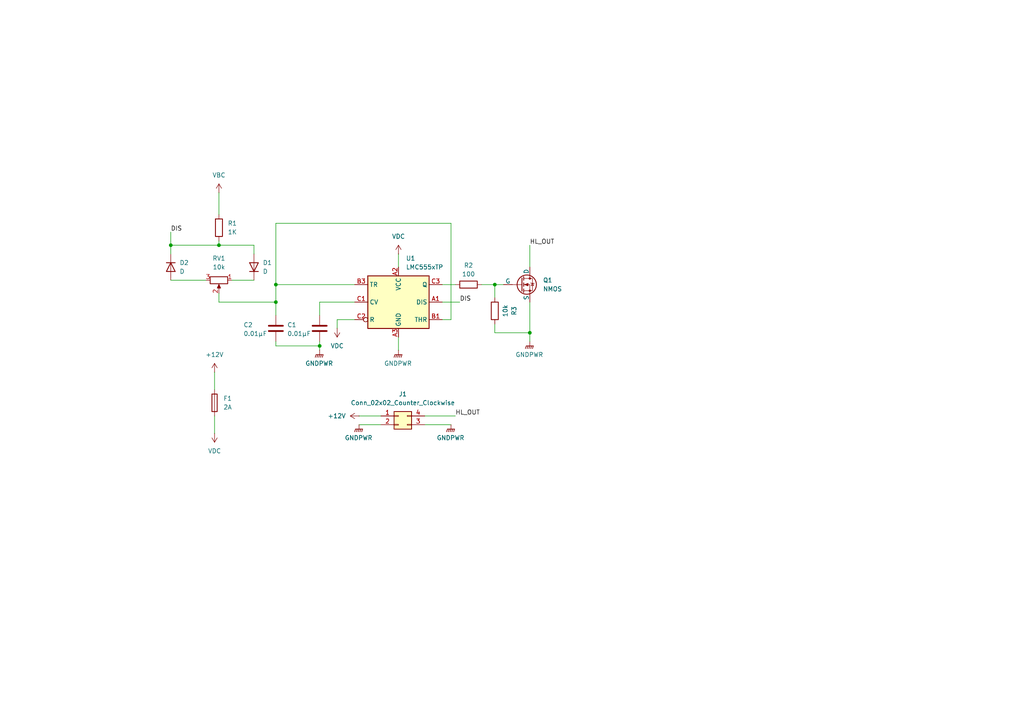
<source format=kicad_sch>
(kicad_sch
	(version 20250114)
	(generator "eeschema")
	(generator_version "9.0")
	(uuid "2cff6f91-6424-4ed8-a8be-ffa4d2125fb9")
	(paper "A4")
	(lib_symbols
		(symbol "Connector_Generic:Conn_02x02_Counter_Clockwise"
			(pin_names
				(offset 1.016)
				(hide yes)
			)
			(exclude_from_sim no)
			(in_bom yes)
			(on_board yes)
			(property "Reference" "J"
				(at 1.27 2.54 0)
				(effects
					(font
						(size 1.27 1.27)
					)
				)
			)
			(property "Value" "Conn_02x02_Counter_Clockwise"
				(at 1.27 -5.08 0)
				(effects
					(font
						(size 1.27 1.27)
					)
				)
			)
			(property "Footprint" ""
				(at 0 0 0)
				(effects
					(font
						(size 1.27 1.27)
					)
					(hide yes)
				)
			)
			(property "Datasheet" "~"
				(at 0 0 0)
				(effects
					(font
						(size 1.27 1.27)
					)
					(hide yes)
				)
			)
			(property "Description" "Generic connector, double row, 02x02, counter clockwise pin numbering scheme (similar to DIP package numbering), script generated (kicad-library-utils/schlib/autogen/connector/)"
				(at 0 0 0)
				(effects
					(font
						(size 1.27 1.27)
					)
					(hide yes)
				)
			)
			(property "ki_keywords" "connector"
				(at 0 0 0)
				(effects
					(font
						(size 1.27 1.27)
					)
					(hide yes)
				)
			)
			(property "ki_fp_filters" "Connector*:*_2x??_*"
				(at 0 0 0)
				(effects
					(font
						(size 1.27 1.27)
					)
					(hide yes)
				)
			)
			(symbol "Conn_02x02_Counter_Clockwise_1_1"
				(rectangle
					(start -1.27 1.27)
					(end 3.81 -3.81)
					(stroke
						(width 0.254)
						(type default)
					)
					(fill
						(type background)
					)
				)
				(rectangle
					(start -1.27 0.127)
					(end 0 -0.127)
					(stroke
						(width 0.1524)
						(type default)
					)
					(fill
						(type none)
					)
				)
				(rectangle
					(start -1.27 -2.413)
					(end 0 -2.667)
					(stroke
						(width 0.1524)
						(type default)
					)
					(fill
						(type none)
					)
				)
				(rectangle
					(start 3.81 0.127)
					(end 2.54 -0.127)
					(stroke
						(width 0.1524)
						(type default)
					)
					(fill
						(type none)
					)
				)
				(rectangle
					(start 3.81 -2.413)
					(end 2.54 -2.667)
					(stroke
						(width 0.1524)
						(type default)
					)
					(fill
						(type none)
					)
				)
				(pin passive line
					(at -5.08 0 0)
					(length 3.81)
					(name "Pin_1"
						(effects
							(font
								(size 1.27 1.27)
							)
						)
					)
					(number "1"
						(effects
							(font
								(size 1.27 1.27)
							)
						)
					)
				)
				(pin passive line
					(at -5.08 -2.54 0)
					(length 3.81)
					(name "Pin_2"
						(effects
							(font
								(size 1.27 1.27)
							)
						)
					)
					(number "2"
						(effects
							(font
								(size 1.27 1.27)
							)
						)
					)
				)
				(pin passive line
					(at 7.62 0 180)
					(length 3.81)
					(name "Pin_4"
						(effects
							(font
								(size 1.27 1.27)
							)
						)
					)
					(number "4"
						(effects
							(font
								(size 1.27 1.27)
							)
						)
					)
				)
				(pin passive line
					(at 7.62 -2.54 180)
					(length 3.81)
					(name "Pin_3"
						(effects
							(font
								(size 1.27 1.27)
							)
						)
					)
					(number "3"
						(effects
							(font
								(size 1.27 1.27)
							)
						)
					)
				)
			)
			(embedded_fonts no)
		)
		(symbol "Device:C"
			(pin_numbers
				(hide yes)
			)
			(pin_names
				(offset 0.254)
			)
			(exclude_from_sim no)
			(in_bom yes)
			(on_board yes)
			(property "Reference" "C"
				(at 0.635 2.54 0)
				(effects
					(font
						(size 1.27 1.27)
					)
					(justify left)
				)
			)
			(property "Value" "C"
				(at 0.635 -2.54 0)
				(effects
					(font
						(size 1.27 1.27)
					)
					(justify left)
				)
			)
			(property "Footprint" ""
				(at 0.9652 -3.81 0)
				(effects
					(font
						(size 1.27 1.27)
					)
					(hide yes)
				)
			)
			(property "Datasheet" "~"
				(at 0 0 0)
				(effects
					(font
						(size 1.27 1.27)
					)
					(hide yes)
				)
			)
			(property "Description" "Unpolarized capacitor"
				(at 0 0 0)
				(effects
					(font
						(size 1.27 1.27)
					)
					(hide yes)
				)
			)
			(property "ki_keywords" "cap capacitor"
				(at 0 0 0)
				(effects
					(font
						(size 1.27 1.27)
					)
					(hide yes)
				)
			)
			(property "ki_fp_filters" "C_*"
				(at 0 0 0)
				(effects
					(font
						(size 1.27 1.27)
					)
					(hide yes)
				)
			)
			(symbol "C_0_1"
				(polyline
					(pts
						(xy -2.032 0.762) (xy 2.032 0.762)
					)
					(stroke
						(width 0.508)
						(type default)
					)
					(fill
						(type none)
					)
				)
				(polyline
					(pts
						(xy -2.032 -0.762) (xy 2.032 -0.762)
					)
					(stroke
						(width 0.508)
						(type default)
					)
					(fill
						(type none)
					)
				)
			)
			(symbol "C_1_1"
				(pin passive line
					(at 0 3.81 270)
					(length 2.794)
					(name "~"
						(effects
							(font
								(size 1.27 1.27)
							)
						)
					)
					(number "1"
						(effects
							(font
								(size 1.27 1.27)
							)
						)
					)
				)
				(pin passive line
					(at 0 -3.81 90)
					(length 2.794)
					(name "~"
						(effects
							(font
								(size 1.27 1.27)
							)
						)
					)
					(number "2"
						(effects
							(font
								(size 1.27 1.27)
							)
						)
					)
				)
			)
			(embedded_fonts no)
		)
		(symbol "Device:D"
			(pin_numbers
				(hide yes)
			)
			(pin_names
				(offset 1.016)
				(hide yes)
			)
			(exclude_from_sim no)
			(in_bom yes)
			(on_board yes)
			(property "Reference" "D"
				(at 0 2.54 0)
				(effects
					(font
						(size 1.27 1.27)
					)
				)
			)
			(property "Value" "D"
				(at 0 -2.54 0)
				(effects
					(font
						(size 1.27 1.27)
					)
				)
			)
			(property "Footprint" ""
				(at 0 0 0)
				(effects
					(font
						(size 1.27 1.27)
					)
					(hide yes)
				)
			)
			(property "Datasheet" "~"
				(at 0 0 0)
				(effects
					(font
						(size 1.27 1.27)
					)
					(hide yes)
				)
			)
			(property "Description" "Diode"
				(at 0 0 0)
				(effects
					(font
						(size 1.27 1.27)
					)
					(hide yes)
				)
			)
			(property "Sim.Device" "D"
				(at 0 0 0)
				(effects
					(font
						(size 1.27 1.27)
					)
					(hide yes)
				)
			)
			(property "Sim.Pins" "1=K 2=A"
				(at 0 0 0)
				(effects
					(font
						(size 1.27 1.27)
					)
					(hide yes)
				)
			)
			(property "ki_keywords" "diode"
				(at 0 0 0)
				(effects
					(font
						(size 1.27 1.27)
					)
					(hide yes)
				)
			)
			(property "ki_fp_filters" "TO-???* *_Diode_* *SingleDiode* D_*"
				(at 0 0 0)
				(effects
					(font
						(size 1.27 1.27)
					)
					(hide yes)
				)
			)
			(symbol "D_0_1"
				(polyline
					(pts
						(xy -1.27 1.27) (xy -1.27 -1.27)
					)
					(stroke
						(width 0.254)
						(type default)
					)
					(fill
						(type none)
					)
				)
				(polyline
					(pts
						(xy 1.27 1.27) (xy 1.27 -1.27) (xy -1.27 0) (xy 1.27 1.27)
					)
					(stroke
						(width 0.254)
						(type default)
					)
					(fill
						(type none)
					)
				)
				(polyline
					(pts
						(xy 1.27 0) (xy -1.27 0)
					)
					(stroke
						(width 0)
						(type default)
					)
					(fill
						(type none)
					)
				)
			)
			(symbol "D_1_1"
				(pin passive line
					(at -3.81 0 0)
					(length 2.54)
					(name "K"
						(effects
							(font
								(size 1.27 1.27)
							)
						)
					)
					(number "1"
						(effects
							(font
								(size 1.27 1.27)
							)
						)
					)
				)
				(pin passive line
					(at 3.81 0 180)
					(length 2.54)
					(name "A"
						(effects
							(font
								(size 1.27 1.27)
							)
						)
					)
					(number "2"
						(effects
							(font
								(size 1.27 1.27)
							)
						)
					)
				)
			)
			(embedded_fonts no)
		)
		(symbol "Device:Fuse"
			(pin_numbers
				(hide yes)
			)
			(pin_names
				(offset 0)
			)
			(exclude_from_sim no)
			(in_bom yes)
			(on_board yes)
			(property "Reference" "F"
				(at 2.032 0 90)
				(effects
					(font
						(size 1.27 1.27)
					)
				)
			)
			(property "Value" "Fuse"
				(at -1.905 0 90)
				(effects
					(font
						(size 1.27 1.27)
					)
				)
			)
			(property "Footprint" ""
				(at -1.778 0 90)
				(effects
					(font
						(size 1.27 1.27)
					)
					(hide yes)
				)
			)
			(property "Datasheet" "~"
				(at 0 0 0)
				(effects
					(font
						(size 1.27 1.27)
					)
					(hide yes)
				)
			)
			(property "Description" "Fuse"
				(at 0 0 0)
				(effects
					(font
						(size 1.27 1.27)
					)
					(hide yes)
				)
			)
			(property "ki_keywords" "fuse"
				(at 0 0 0)
				(effects
					(font
						(size 1.27 1.27)
					)
					(hide yes)
				)
			)
			(property "ki_fp_filters" "*Fuse*"
				(at 0 0 0)
				(effects
					(font
						(size 1.27 1.27)
					)
					(hide yes)
				)
			)
			(symbol "Fuse_0_1"
				(rectangle
					(start -0.762 -2.54)
					(end 0.762 2.54)
					(stroke
						(width 0.254)
						(type default)
					)
					(fill
						(type none)
					)
				)
				(polyline
					(pts
						(xy 0 2.54) (xy 0 -2.54)
					)
					(stroke
						(width 0)
						(type default)
					)
					(fill
						(type none)
					)
				)
			)
			(symbol "Fuse_1_1"
				(pin passive line
					(at 0 3.81 270)
					(length 1.27)
					(name "~"
						(effects
							(font
								(size 1.27 1.27)
							)
						)
					)
					(number "1"
						(effects
							(font
								(size 1.27 1.27)
							)
						)
					)
				)
				(pin passive line
					(at 0 -3.81 90)
					(length 1.27)
					(name "~"
						(effects
							(font
								(size 1.27 1.27)
							)
						)
					)
					(number "2"
						(effects
							(font
								(size 1.27 1.27)
							)
						)
					)
				)
			)
			(embedded_fonts no)
		)
		(symbol "Device:R"
			(pin_numbers
				(hide yes)
			)
			(pin_names
				(offset 0)
			)
			(exclude_from_sim no)
			(in_bom yes)
			(on_board yes)
			(property "Reference" "R"
				(at 2.032 0 90)
				(effects
					(font
						(size 1.27 1.27)
					)
				)
			)
			(property "Value" "R"
				(at 0 0 90)
				(effects
					(font
						(size 1.27 1.27)
					)
				)
			)
			(property "Footprint" ""
				(at -1.778 0 90)
				(effects
					(font
						(size 1.27 1.27)
					)
					(hide yes)
				)
			)
			(property "Datasheet" "~"
				(at 0 0 0)
				(effects
					(font
						(size 1.27 1.27)
					)
					(hide yes)
				)
			)
			(property "Description" "Resistor"
				(at 0 0 0)
				(effects
					(font
						(size 1.27 1.27)
					)
					(hide yes)
				)
			)
			(property "ki_keywords" "R res resistor"
				(at 0 0 0)
				(effects
					(font
						(size 1.27 1.27)
					)
					(hide yes)
				)
			)
			(property "ki_fp_filters" "R_*"
				(at 0 0 0)
				(effects
					(font
						(size 1.27 1.27)
					)
					(hide yes)
				)
			)
			(symbol "R_0_1"
				(rectangle
					(start -1.016 -2.54)
					(end 1.016 2.54)
					(stroke
						(width 0.254)
						(type default)
					)
					(fill
						(type none)
					)
				)
			)
			(symbol "R_1_1"
				(pin passive line
					(at 0 3.81 270)
					(length 1.27)
					(name "~"
						(effects
							(font
								(size 1.27 1.27)
							)
						)
					)
					(number "1"
						(effects
							(font
								(size 1.27 1.27)
							)
						)
					)
				)
				(pin passive line
					(at 0 -3.81 90)
					(length 1.27)
					(name "~"
						(effects
							(font
								(size 1.27 1.27)
							)
						)
					)
					(number "2"
						(effects
							(font
								(size 1.27 1.27)
							)
						)
					)
				)
			)
			(embedded_fonts no)
		)
		(symbol "Device:R_Potentiometer"
			(pin_names
				(offset 1.016)
				(hide yes)
			)
			(exclude_from_sim no)
			(in_bom yes)
			(on_board yes)
			(property "Reference" "RV"
				(at -4.445 0 90)
				(effects
					(font
						(size 1.27 1.27)
					)
				)
			)
			(property "Value" "R_Potentiometer"
				(at -2.54 0 90)
				(effects
					(font
						(size 1.27 1.27)
					)
				)
			)
			(property "Footprint" ""
				(at 0 0 0)
				(effects
					(font
						(size 1.27 1.27)
					)
					(hide yes)
				)
			)
			(property "Datasheet" "~"
				(at 0 0 0)
				(effects
					(font
						(size 1.27 1.27)
					)
					(hide yes)
				)
			)
			(property "Description" "Potentiometer"
				(at 0 0 0)
				(effects
					(font
						(size 1.27 1.27)
					)
					(hide yes)
				)
			)
			(property "ki_keywords" "resistor variable"
				(at 0 0 0)
				(effects
					(font
						(size 1.27 1.27)
					)
					(hide yes)
				)
			)
			(property "ki_fp_filters" "Potentiometer*"
				(at 0 0 0)
				(effects
					(font
						(size 1.27 1.27)
					)
					(hide yes)
				)
			)
			(symbol "R_Potentiometer_0_1"
				(rectangle
					(start 1.016 2.54)
					(end -1.016 -2.54)
					(stroke
						(width 0.254)
						(type default)
					)
					(fill
						(type none)
					)
				)
				(polyline
					(pts
						(xy 1.143 0) (xy 2.286 0.508) (xy 2.286 -0.508) (xy 1.143 0)
					)
					(stroke
						(width 0)
						(type default)
					)
					(fill
						(type outline)
					)
				)
				(polyline
					(pts
						(xy 2.54 0) (xy 1.524 0)
					)
					(stroke
						(width 0)
						(type default)
					)
					(fill
						(type none)
					)
				)
			)
			(symbol "R_Potentiometer_1_1"
				(pin passive line
					(at 0 3.81 270)
					(length 1.27)
					(name "1"
						(effects
							(font
								(size 1.27 1.27)
							)
						)
					)
					(number "1"
						(effects
							(font
								(size 1.27 1.27)
							)
						)
					)
				)
				(pin passive line
					(at 0 -3.81 90)
					(length 1.27)
					(name "3"
						(effects
							(font
								(size 1.27 1.27)
							)
						)
					)
					(number "3"
						(effects
							(font
								(size 1.27 1.27)
							)
						)
					)
				)
				(pin passive line
					(at 3.81 0 180)
					(length 1.27)
					(name "2"
						(effects
							(font
								(size 1.27 1.27)
							)
						)
					)
					(number "2"
						(effects
							(font
								(size 1.27 1.27)
							)
						)
					)
				)
			)
			(embedded_fonts no)
		)
		(symbol "Simulation_SPICE:NMOS"
			(pin_numbers
				(hide yes)
			)
			(pin_names
				(offset 0)
			)
			(exclude_from_sim no)
			(in_bom yes)
			(on_board yes)
			(property "Reference" "Q"
				(at 5.08 1.27 0)
				(effects
					(font
						(size 1.27 1.27)
					)
					(justify left)
				)
			)
			(property "Value" "NMOS"
				(at 5.08 -1.27 0)
				(effects
					(font
						(size 1.27 1.27)
					)
					(justify left)
				)
			)
			(property "Footprint" ""
				(at 5.08 2.54 0)
				(effects
					(font
						(size 1.27 1.27)
					)
					(hide yes)
				)
			)
			(property "Datasheet" "https://ngspice.sourceforge.io/docs/ngspice-html-manual/manual.xhtml#cha_MOSFETs"
				(at 0 -12.7 0)
				(effects
					(font
						(size 1.27 1.27)
					)
					(hide yes)
				)
			)
			(property "Description" "N-MOSFET transistor, drain/source/gate"
				(at 0 0 0)
				(effects
					(font
						(size 1.27 1.27)
					)
					(hide yes)
				)
			)
			(property "Sim.Device" "NMOS"
				(at 0 -17.145 0)
				(effects
					(font
						(size 1.27 1.27)
					)
					(hide yes)
				)
			)
			(property "Sim.Type" "VDMOS"
				(at 0 -19.05 0)
				(effects
					(font
						(size 1.27 1.27)
					)
					(hide yes)
				)
			)
			(property "Sim.Pins" "1=D 2=G 3=S"
				(at 0 -15.24 0)
				(effects
					(font
						(size 1.27 1.27)
					)
					(hide yes)
				)
			)
			(property "ki_keywords" "transistor NMOS N-MOS N-MOSFET simulation"
				(at 0 0 0)
				(effects
					(font
						(size 1.27 1.27)
					)
					(hide yes)
				)
			)
			(symbol "NMOS_0_1"
				(polyline
					(pts
						(xy 0.254 1.905) (xy 0.254 -1.905)
					)
					(stroke
						(width 0.254)
						(type default)
					)
					(fill
						(type none)
					)
				)
				(polyline
					(pts
						(xy 0.254 0) (xy -2.54 0)
					)
					(stroke
						(width 0)
						(type default)
					)
					(fill
						(type none)
					)
				)
				(polyline
					(pts
						(xy 0.762 2.286) (xy 0.762 1.27)
					)
					(stroke
						(width 0.254)
						(type default)
					)
					(fill
						(type none)
					)
				)
				(polyline
					(pts
						(xy 0.762 0.508) (xy 0.762 -0.508)
					)
					(stroke
						(width 0.254)
						(type default)
					)
					(fill
						(type none)
					)
				)
				(polyline
					(pts
						(xy 0.762 -1.27) (xy 0.762 -2.286)
					)
					(stroke
						(width 0.254)
						(type default)
					)
					(fill
						(type none)
					)
				)
				(polyline
					(pts
						(xy 0.762 -1.778) (xy 3.302 -1.778) (xy 3.302 1.778) (xy 0.762 1.778)
					)
					(stroke
						(width 0)
						(type default)
					)
					(fill
						(type none)
					)
				)
				(polyline
					(pts
						(xy 1.016 0) (xy 2.032 0.381) (xy 2.032 -0.381) (xy 1.016 0)
					)
					(stroke
						(width 0)
						(type default)
					)
					(fill
						(type outline)
					)
				)
				(circle
					(center 1.651 0)
					(radius 2.794)
					(stroke
						(width 0.254)
						(type default)
					)
					(fill
						(type none)
					)
				)
				(polyline
					(pts
						(xy 2.54 2.54) (xy 2.54 1.778)
					)
					(stroke
						(width 0)
						(type default)
					)
					(fill
						(type none)
					)
				)
				(circle
					(center 2.54 1.778)
					(radius 0.254)
					(stroke
						(width 0)
						(type default)
					)
					(fill
						(type outline)
					)
				)
				(circle
					(center 2.54 -1.778)
					(radius 0.254)
					(stroke
						(width 0)
						(type default)
					)
					(fill
						(type outline)
					)
				)
				(polyline
					(pts
						(xy 2.54 -2.54) (xy 2.54 0) (xy 0.762 0)
					)
					(stroke
						(width 0)
						(type default)
					)
					(fill
						(type none)
					)
				)
				(polyline
					(pts
						(xy 2.794 0.508) (xy 2.921 0.381) (xy 3.683 0.381) (xy 3.81 0.254)
					)
					(stroke
						(width 0)
						(type default)
					)
					(fill
						(type none)
					)
				)
				(polyline
					(pts
						(xy 3.302 0.381) (xy 2.921 -0.254) (xy 3.683 -0.254) (xy 3.302 0.381)
					)
					(stroke
						(width 0)
						(type default)
					)
					(fill
						(type none)
					)
				)
			)
			(symbol "NMOS_1_1"
				(pin input line
					(at -5.08 0 0)
					(length 2.54)
					(name "G"
						(effects
							(font
								(size 1.27 1.27)
							)
						)
					)
					(number "2"
						(effects
							(font
								(size 1.27 1.27)
							)
						)
					)
				)
				(pin passive line
					(at 2.54 5.08 270)
					(length 2.54)
					(name "D"
						(effects
							(font
								(size 1.27 1.27)
							)
						)
					)
					(number "1"
						(effects
							(font
								(size 1.27 1.27)
							)
						)
					)
				)
				(pin passive line
					(at 2.54 -5.08 90)
					(length 2.54)
					(name "S"
						(effects
							(font
								(size 1.27 1.27)
							)
						)
					)
					(number "3"
						(effects
							(font
								(size 1.27 1.27)
							)
						)
					)
				)
			)
			(embedded_fonts no)
		)
		(symbol "Timer:LMC555xTP"
			(exclude_from_sim no)
			(in_bom yes)
			(on_board yes)
			(property "Reference" "U"
				(at -10.16 8.89 0)
				(effects
					(font
						(size 1.27 1.27)
					)
					(justify left)
				)
			)
			(property "Value" "LMC555xTP"
				(at 2.54 8.89 0)
				(effects
					(font
						(size 1.27 1.27)
					)
					(justify left)
				)
			)
			(property "Footprint" "Package_BGA:Texas_DSBGA-8_1.43x1.41mm_Layout3x3_P0.5mm"
				(at 2.54 -12.7 0)
				(effects
					(font
						(size 1.27 1.27)
					)
					(hide yes)
				)
			)
			(property "Datasheet" "http://www.ti.com/lit/ds/symlink/lmc555.pdf"
				(at 0 0 0)
				(effects
					(font
						(size 1.27 1.27)
					)
					(hide yes)
				)
			)
			(property "Description" "CMOS Timer, DSBGA-8"
				(at 0 0 0)
				(effects
					(font
						(size 1.27 1.27)
					)
					(hide yes)
				)
			)
			(property "ki_keywords" "single timer 555"
				(at 0 0 0)
				(effects
					(font
						(size 1.27 1.27)
					)
					(hide yes)
				)
			)
			(property "ki_fp_filters" "Texas*DSBGA*P0.5mm*"
				(at 0 0 0)
				(effects
					(font
						(size 1.27 1.27)
					)
					(hide yes)
				)
			)
			(symbol "LMC555xTP_0_0"
				(pin power_in line
					(at 0 10.16 270)
					(length 2.54)
					(name "VCC"
						(effects
							(font
								(size 1.27 1.27)
							)
						)
					)
					(number "A2"
						(effects
							(font
								(size 1.27 1.27)
							)
						)
					)
				)
				(pin power_in line
					(at 0 -10.16 90)
					(length 2.54)
					(name "GND"
						(effects
							(font
								(size 1.27 1.27)
							)
						)
					)
					(number "A3"
						(effects
							(font
								(size 1.27 1.27)
							)
						)
					)
				)
			)
			(symbol "LMC555xTP_0_1"
				(rectangle
					(start -8.89 -7.62)
					(end 8.89 7.62)
					(stroke
						(width 0.254)
						(type default)
					)
					(fill
						(type background)
					)
				)
				(rectangle
					(start -8.89 -7.62)
					(end 8.89 7.62)
					(stroke
						(width 0.254)
						(type default)
					)
					(fill
						(type background)
					)
				)
			)
			(symbol "LMC555xTP_1_1"
				(pin input line
					(at -12.7 5.08 0)
					(length 3.81)
					(name "TR"
						(effects
							(font
								(size 1.27 1.27)
							)
						)
					)
					(number "B3"
						(effects
							(font
								(size 1.27 1.27)
							)
						)
					)
				)
				(pin input line
					(at -12.7 0 0)
					(length 3.81)
					(name "CV"
						(effects
							(font
								(size 1.27 1.27)
							)
						)
					)
					(number "C1"
						(effects
							(font
								(size 1.27 1.27)
							)
						)
					)
				)
				(pin input inverted
					(at -12.7 -5.08 0)
					(length 3.81)
					(name "R"
						(effects
							(font
								(size 1.27 1.27)
							)
						)
					)
					(number "C2"
						(effects
							(font
								(size 1.27 1.27)
							)
						)
					)
				)
				(pin output line
					(at 12.7 5.08 180)
					(length 3.81)
					(name "Q"
						(effects
							(font
								(size 1.27 1.27)
							)
						)
					)
					(number "C3"
						(effects
							(font
								(size 1.27 1.27)
							)
						)
					)
				)
				(pin input line
					(at 12.7 0 180)
					(length 3.81)
					(name "DIS"
						(effects
							(font
								(size 1.27 1.27)
							)
						)
					)
					(number "A1"
						(effects
							(font
								(size 1.27 1.27)
							)
						)
					)
				)
				(pin input line
					(at 12.7 -5.08 180)
					(length 3.81)
					(name "THR"
						(effects
							(font
								(size 1.27 1.27)
							)
						)
					)
					(number "B1"
						(effects
							(font
								(size 1.27 1.27)
							)
						)
					)
				)
			)
			(embedded_fonts no)
		)
		(symbol "power:+12V"
			(power)
			(pin_numbers
				(hide yes)
			)
			(pin_names
				(offset 0)
				(hide yes)
			)
			(exclude_from_sim no)
			(in_bom yes)
			(on_board yes)
			(property "Reference" "#PWR"
				(at 0 -3.81 0)
				(effects
					(font
						(size 1.27 1.27)
					)
					(hide yes)
				)
			)
			(property "Value" "+12V"
				(at 0 3.556 0)
				(effects
					(font
						(size 1.27 1.27)
					)
				)
			)
			(property "Footprint" ""
				(at 0 0 0)
				(effects
					(font
						(size 1.27 1.27)
					)
					(hide yes)
				)
			)
			(property "Datasheet" ""
				(at 0 0 0)
				(effects
					(font
						(size 1.27 1.27)
					)
					(hide yes)
				)
			)
			(property "Description" "Power symbol creates a global label with name \"+12V\""
				(at 0 0 0)
				(effects
					(font
						(size 1.27 1.27)
					)
					(hide yes)
				)
			)
			(property "ki_keywords" "global power"
				(at 0 0 0)
				(effects
					(font
						(size 1.27 1.27)
					)
					(hide yes)
				)
			)
			(symbol "+12V_0_1"
				(polyline
					(pts
						(xy -0.762 1.27) (xy 0 2.54)
					)
					(stroke
						(width 0)
						(type default)
					)
					(fill
						(type none)
					)
				)
				(polyline
					(pts
						(xy 0 2.54) (xy 0.762 1.27)
					)
					(stroke
						(width 0)
						(type default)
					)
					(fill
						(type none)
					)
				)
				(polyline
					(pts
						(xy 0 0) (xy 0 2.54)
					)
					(stroke
						(width 0)
						(type default)
					)
					(fill
						(type none)
					)
				)
			)
			(symbol "+12V_1_1"
				(pin power_in line
					(at 0 0 90)
					(length 0)
					(name "~"
						(effects
							(font
								(size 1.27 1.27)
							)
						)
					)
					(number "1"
						(effects
							(font
								(size 1.27 1.27)
							)
						)
					)
				)
			)
			(embedded_fonts no)
		)
		(symbol "power:GNDPWR"
			(power)
			(pin_numbers
				(hide yes)
			)
			(pin_names
				(offset 0)
				(hide yes)
			)
			(exclude_from_sim no)
			(in_bom yes)
			(on_board yes)
			(property "Reference" "#PWR"
				(at 0 -5.08 0)
				(effects
					(font
						(size 1.27 1.27)
					)
					(hide yes)
				)
			)
			(property "Value" "GNDPWR"
				(at 0 -3.302 0)
				(effects
					(font
						(size 1.27 1.27)
					)
				)
			)
			(property "Footprint" ""
				(at 0 -1.27 0)
				(effects
					(font
						(size 1.27 1.27)
					)
					(hide yes)
				)
			)
			(property "Datasheet" ""
				(at 0 -1.27 0)
				(effects
					(font
						(size 1.27 1.27)
					)
					(hide yes)
				)
			)
			(property "Description" "Power symbol creates a global label with name \"GNDPWR\" , global ground"
				(at 0 0 0)
				(effects
					(font
						(size 1.27 1.27)
					)
					(hide yes)
				)
			)
			(property "ki_keywords" "global ground"
				(at 0 0 0)
				(effects
					(font
						(size 1.27 1.27)
					)
					(hide yes)
				)
			)
			(symbol "GNDPWR_0_1"
				(polyline
					(pts
						(xy -1.016 -1.27) (xy -1.27 -2.032) (xy -1.27 -2.032)
					)
					(stroke
						(width 0.2032)
						(type default)
					)
					(fill
						(type none)
					)
				)
				(polyline
					(pts
						(xy -0.508 -1.27) (xy -0.762 -2.032) (xy -0.762 -2.032)
					)
					(stroke
						(width 0.2032)
						(type default)
					)
					(fill
						(type none)
					)
				)
				(polyline
					(pts
						(xy 0 -1.27) (xy 0 0)
					)
					(stroke
						(width 0)
						(type default)
					)
					(fill
						(type none)
					)
				)
				(polyline
					(pts
						(xy 0 -1.27) (xy -0.254 -2.032) (xy -0.254 -2.032)
					)
					(stroke
						(width 0.2032)
						(type default)
					)
					(fill
						(type none)
					)
				)
				(polyline
					(pts
						(xy 0.508 -1.27) (xy 0.254 -2.032) (xy 0.254 -2.032)
					)
					(stroke
						(width 0.2032)
						(type default)
					)
					(fill
						(type none)
					)
				)
				(polyline
					(pts
						(xy 1.016 -1.27) (xy -1.016 -1.27) (xy -1.016 -1.27)
					)
					(stroke
						(width 0.2032)
						(type default)
					)
					(fill
						(type none)
					)
				)
				(polyline
					(pts
						(xy 1.016 -1.27) (xy 0.762 -2.032) (xy 0.762 -2.032) (xy 0.762 -2.032)
					)
					(stroke
						(width 0.2032)
						(type default)
					)
					(fill
						(type none)
					)
				)
			)
			(symbol "GNDPWR_1_1"
				(pin power_in line
					(at 0 0 270)
					(length 0)
					(name "~"
						(effects
							(font
								(size 1.27 1.27)
							)
						)
					)
					(number "1"
						(effects
							(font
								(size 1.27 1.27)
							)
						)
					)
				)
			)
			(embedded_fonts no)
		)
		(symbol "power:VDC"
			(power)
			(pin_numbers
				(hide yes)
			)
			(pin_names
				(offset 0)
				(hide yes)
			)
			(exclude_from_sim no)
			(in_bom yes)
			(on_board yes)
			(property "Reference" "#PWR"
				(at 0 -3.81 0)
				(effects
					(font
						(size 1.27 1.27)
					)
					(hide yes)
				)
			)
			(property "Value" "VDC"
				(at 0 3.556 0)
				(effects
					(font
						(size 1.27 1.27)
					)
				)
			)
			(property "Footprint" ""
				(at 0 0 0)
				(effects
					(font
						(size 1.27 1.27)
					)
					(hide yes)
				)
			)
			(property "Datasheet" ""
				(at 0 0 0)
				(effects
					(font
						(size 1.27 1.27)
					)
					(hide yes)
				)
			)
			(property "Description" "Power symbol creates a global label with name \"VDC\""
				(at 0 0 0)
				(effects
					(font
						(size 1.27 1.27)
					)
					(hide yes)
				)
			)
			(property "ki_keywords" "global power"
				(at 0 0 0)
				(effects
					(font
						(size 1.27 1.27)
					)
					(hide yes)
				)
			)
			(symbol "VDC_0_1"
				(polyline
					(pts
						(xy -0.762 1.27) (xy 0 2.54)
					)
					(stroke
						(width 0)
						(type default)
					)
					(fill
						(type none)
					)
				)
				(polyline
					(pts
						(xy 0 2.54) (xy 0.762 1.27)
					)
					(stroke
						(width 0)
						(type default)
					)
					(fill
						(type none)
					)
				)
				(polyline
					(pts
						(xy 0 0) (xy 0 2.54)
					)
					(stroke
						(width 0)
						(type default)
					)
					(fill
						(type none)
					)
				)
			)
			(symbol "VDC_1_1"
				(pin power_in line
					(at 0 0 90)
					(length 0)
					(name "~"
						(effects
							(font
								(size 1.27 1.27)
							)
						)
					)
					(number "1"
						(effects
							(font
								(size 1.27 1.27)
							)
						)
					)
				)
			)
			(embedded_fonts no)
		)
	)
	(junction
		(at 80.01 82.55)
		(diameter 0)
		(color 0 0 0 0)
		(uuid "084f397b-ad37-4f85-ad0b-0268fa624e7f")
	)
	(junction
		(at 153.67 96.52)
		(diameter 0)
		(color 0 0 0 0)
		(uuid "3973d0ad-11b8-4917-b4fb-4d1a287954b4")
	)
	(junction
		(at 80.01 87.63)
		(diameter 0)
		(color 0 0 0 0)
		(uuid "a519eb1a-76f2-46ce-8dcc-0d525a30c8c5")
	)
	(junction
		(at 49.53 71.12)
		(diameter 0)
		(color 0 0 0 0)
		(uuid "de3d28ce-2359-4fc8-9572-5570be9c61b9")
	)
	(junction
		(at 92.71 100.33)
		(diameter 0)
		(color 0 0 0 0)
		(uuid "e31cdbcf-ff56-4571-be85-9f91b9307a4a")
	)
	(junction
		(at 63.5 71.12)
		(diameter 0)
		(color 0 0 0 0)
		(uuid "ea88f919-d075-4d9d-bb05-522112042b42")
	)
	(junction
		(at 143.51 82.55)
		(diameter 0)
		(color 0 0 0 0)
		(uuid "f393a7db-c579-4db0-9426-d289ffa0b6b4")
	)
	(wire
		(pts
			(xy 130.81 64.77) (xy 80.01 64.77)
		)
		(stroke
			(width 0)
			(type default)
		)
		(uuid "053b9f4e-afcd-487a-a46b-b2924d290dbb")
	)
	(wire
		(pts
			(xy 128.27 92.71) (xy 130.81 92.71)
		)
		(stroke
			(width 0)
			(type default)
		)
		(uuid "0773606c-2e2f-4238-90bd-6babe9290bb9")
	)
	(wire
		(pts
			(xy 63.5 71.12) (xy 73.66 71.12)
		)
		(stroke
			(width 0)
			(type default)
		)
		(uuid "191fdd5d-6c82-46b3-9dc3-541057edc27b")
	)
	(wire
		(pts
			(xy 63.5 71.12) (xy 63.5 69.85)
		)
		(stroke
			(width 0)
			(type default)
		)
		(uuid "1a151281-dba0-4224-8d87-eed390ec0d27")
	)
	(wire
		(pts
			(xy 104.14 123.19) (xy 110.49 123.19)
		)
		(stroke
			(width 0)
			(type default)
		)
		(uuid "1f164b62-c377-4968-bf62-3c660fc1d9cd")
	)
	(wire
		(pts
			(xy 115.57 97.79) (xy 115.57 101.6)
		)
		(stroke
			(width 0)
			(type default)
		)
		(uuid "1f4bca3f-967d-4b6a-b6a2-1c8a1c0f4120")
	)
	(wire
		(pts
			(xy 153.67 96.52) (xy 153.67 99.06)
		)
		(stroke
			(width 0)
			(type default)
		)
		(uuid "21458c4b-429b-49b0-97a7-9fc9bc063559")
	)
	(wire
		(pts
			(xy 139.7 82.55) (xy 143.51 82.55)
		)
		(stroke
			(width 0)
			(type default)
		)
		(uuid "255a4350-b320-427d-8d51-27582c1290ef")
	)
	(wire
		(pts
			(xy 128.27 87.63) (xy 133.35 87.63)
		)
		(stroke
			(width 0)
			(type default)
		)
		(uuid "27022470-5b44-440b-8ee3-25345029ab3e")
	)
	(wire
		(pts
			(xy 115.57 73.66) (xy 115.57 77.47)
		)
		(stroke
			(width 0)
			(type default)
		)
		(uuid "27e06a28-888b-4e5d-b401-1d904d96ffc7")
	)
	(wire
		(pts
			(xy 63.5 87.63) (xy 80.01 87.63)
		)
		(stroke
			(width 0)
			(type default)
		)
		(uuid "2ee832e9-5dbe-44e5-8f41-770664cd43dc")
	)
	(wire
		(pts
			(xy 102.87 82.55) (xy 80.01 82.55)
		)
		(stroke
			(width 0)
			(type default)
		)
		(uuid "34d0814f-002b-43f9-ad3c-4ae2d0d099a6")
	)
	(wire
		(pts
			(xy 143.51 93.98) (xy 143.51 96.52)
		)
		(stroke
			(width 0)
			(type default)
		)
		(uuid "352629dd-5194-4639-97a6-64759572b8f2")
	)
	(wire
		(pts
			(xy 102.87 92.71) (xy 97.79 92.71)
		)
		(stroke
			(width 0)
			(type default)
		)
		(uuid "464f8db6-ac06-45f5-abc6-3d56c99d18fe")
	)
	(wire
		(pts
			(xy 49.53 81.28) (xy 59.69 81.28)
		)
		(stroke
			(width 0)
			(type default)
		)
		(uuid "46cb4035-a03c-48e1-8ada-01f9af6835da")
	)
	(wire
		(pts
			(xy 73.66 71.12) (xy 73.66 73.66)
		)
		(stroke
			(width 0)
			(type default)
		)
		(uuid "4e4197e2-15f0-491e-b859-155eb1741415")
	)
	(wire
		(pts
			(xy 49.53 71.12) (xy 63.5 71.12)
		)
		(stroke
			(width 0)
			(type default)
		)
		(uuid "55b7910e-1b1a-4309-b5b1-4adb27910be9")
	)
	(wire
		(pts
			(xy 80.01 100.33) (xy 92.71 100.33)
		)
		(stroke
			(width 0)
			(type default)
		)
		(uuid "7ba4e439-4e67-454e-b502-929624a5ea76")
	)
	(wire
		(pts
			(xy 62.23 120.65) (xy 62.23 125.73)
		)
		(stroke
			(width 0)
			(type default)
		)
		(uuid "90d651ae-8c08-44f9-a82d-569a0bafb204")
	)
	(wire
		(pts
			(xy 97.79 92.71) (xy 97.79 95.25)
		)
		(stroke
			(width 0)
			(type default)
		)
		(uuid "9a855c1e-4753-479f-9ab8-ccbd349829e1")
	)
	(wire
		(pts
			(xy 49.53 73.66) (xy 49.53 71.12)
		)
		(stroke
			(width 0)
			(type default)
		)
		(uuid "9afb0a7c-ed30-45f1-afb7-4104b1fd8182")
	)
	(wire
		(pts
			(xy 92.71 100.33) (xy 92.71 101.6)
		)
		(stroke
			(width 0)
			(type default)
		)
		(uuid "a2962b59-3b9e-4532-afab-ba7c07bb3a9d")
	)
	(wire
		(pts
			(xy 63.5 85.09) (xy 63.5 87.63)
		)
		(stroke
			(width 0)
			(type default)
		)
		(uuid "a2ffbdd6-8726-44e3-a977-f965070ac273")
	)
	(wire
		(pts
			(xy 153.67 71.12) (xy 153.67 77.47)
		)
		(stroke
			(width 0)
			(type default)
		)
		(uuid "a8bf0e11-c224-4e12-a3e1-665979df408e")
	)
	(wire
		(pts
			(xy 104.14 120.65) (xy 110.49 120.65)
		)
		(stroke
			(width 0)
			(type default)
		)
		(uuid "ac1509fb-7e73-4d42-8559-fd1ad7f0fe4c")
	)
	(wire
		(pts
			(xy 80.01 64.77) (xy 80.01 82.55)
		)
		(stroke
			(width 0)
			(type default)
		)
		(uuid "b3a3d383-00d0-420a-bafe-aa2daef152b3")
	)
	(wire
		(pts
			(xy 92.71 99.06) (xy 92.71 100.33)
		)
		(stroke
			(width 0)
			(type default)
		)
		(uuid "b3fa3776-1352-4901-9f1a-4f2d4673631f")
	)
	(wire
		(pts
			(xy 80.01 99.06) (xy 80.01 100.33)
		)
		(stroke
			(width 0)
			(type default)
		)
		(uuid "b5ae5419-cff9-4a1d-88f4-83d67cfaa40e")
	)
	(wire
		(pts
			(xy 143.51 82.55) (xy 146.05 82.55)
		)
		(stroke
			(width 0)
			(type default)
		)
		(uuid "b5e3978c-54ac-4866-90b0-d1527c357eda")
	)
	(wire
		(pts
			(xy 128.27 82.55) (xy 132.08 82.55)
		)
		(stroke
			(width 0)
			(type default)
		)
		(uuid "b637f9bc-d808-4bb7-9fa4-2966f4d2cb86")
	)
	(wire
		(pts
			(xy 92.71 87.63) (xy 102.87 87.63)
		)
		(stroke
			(width 0)
			(type default)
		)
		(uuid "b8dce025-5bcc-464e-9a01-87e648e83bbd")
	)
	(wire
		(pts
			(xy 80.01 87.63) (xy 80.01 91.44)
		)
		(stroke
			(width 0)
			(type default)
		)
		(uuid "bbfd4a10-123c-4064-9281-a3ba2b9fa3da")
	)
	(wire
		(pts
			(xy 80.01 82.55) (xy 80.01 87.63)
		)
		(stroke
			(width 0)
			(type default)
		)
		(uuid "be971940-c02d-41cf-9fdd-bf75076416d6")
	)
	(wire
		(pts
			(xy 130.81 92.71) (xy 130.81 64.77)
		)
		(stroke
			(width 0)
			(type default)
		)
		(uuid "c058b3bf-65b4-480f-9e88-181bca898d46")
	)
	(wire
		(pts
			(xy 92.71 87.63) (xy 92.71 91.44)
		)
		(stroke
			(width 0)
			(type default)
		)
		(uuid "c400fe2f-a742-4404-a3c8-28fecf51f751")
	)
	(wire
		(pts
			(xy 153.67 87.63) (xy 153.67 96.52)
		)
		(stroke
			(width 0)
			(type default)
		)
		(uuid "c5fbca7a-7e0d-4d37-bbc6-87cb2a1a7f05")
	)
	(wire
		(pts
			(xy 49.53 67.31) (xy 49.53 71.12)
		)
		(stroke
			(width 0)
			(type default)
		)
		(uuid "d1bcc731-ec86-4791-aeee-21c5bb2e6fb0")
	)
	(wire
		(pts
			(xy 123.19 120.65) (xy 132.08 120.65)
		)
		(stroke
			(width 0)
			(type default)
		)
		(uuid "dda3c3f3-b4da-4347-95e5-a3d347f0a817")
	)
	(wire
		(pts
			(xy 62.23 107.95) (xy 62.23 113.03)
		)
		(stroke
			(width 0)
			(type default)
		)
		(uuid "debe186f-f679-4a5e-950d-7a4e3ccf3580")
	)
	(wire
		(pts
			(xy 63.5 55.88) (xy 63.5 62.23)
		)
		(stroke
			(width 0)
			(type default)
		)
		(uuid "dff04458-93ca-45c8-9511-9aefd0e0bae1")
	)
	(wire
		(pts
			(xy 143.51 96.52) (xy 153.67 96.52)
		)
		(stroke
			(width 0)
			(type default)
		)
		(uuid "dff24721-8c5d-436d-b775-38f8784330f3")
	)
	(wire
		(pts
			(xy 67.31 81.28) (xy 73.66 81.28)
		)
		(stroke
			(width 0)
			(type default)
		)
		(uuid "e5d4f56e-8760-4479-b2f4-aba414497a6c")
	)
	(wire
		(pts
			(xy 143.51 82.55) (xy 143.51 86.36)
		)
		(stroke
			(width 0)
			(type default)
		)
		(uuid "f0c0d5e7-4071-420b-942c-3ba7701f50b3")
	)
	(wire
		(pts
			(xy 123.19 123.19) (xy 130.81 123.19)
		)
		(stroke
			(width 0)
			(type default)
		)
		(uuid "f2e2f8cf-e528-4b22-8707-7144da7d2c53")
	)
	(label "HL_OUT"
		(at 132.08 120.65 0)
		(effects
			(font
				(size 1.27 1.27)
			)
			(justify left bottom)
		)
		(uuid "25ddeba4-4435-4803-ad12-2dc76bdf637c")
	)
	(label "DIS"
		(at 49.53 67.31 0)
		(effects
			(font
				(size 1.27 1.27)
			)
			(justify left bottom)
		)
		(uuid "3507edb1-8e3d-4d61-b251-4fa326306141")
	)
	(label "HL_OUT"
		(at 153.67 71.12 0)
		(effects
			(font
				(size 1.27 1.27)
			)
			(justify left bottom)
		)
		(uuid "7cdac245-7695-4f1f-af3c-4078cff2ad67")
	)
	(label "DIS"
		(at 133.35 87.63 0)
		(effects
			(font
				(size 1.27 1.27)
			)
			(justify left bottom)
		)
		(uuid "fc45b552-8286-470a-b455-e016eb5c6b93")
	)
	(symbol
		(lib_id "Timer:LMC555xTP")
		(at 115.57 87.63 0)
		(unit 1)
		(exclude_from_sim no)
		(in_bom yes)
		(on_board yes)
		(dnp no)
		(fields_autoplaced yes)
		(uuid "04f3770c-dffd-4933-a0d9-26291f8db717")
		(property "Reference" "U1"
			(at 117.7133 74.93 0)
			(effects
				(font
					(size 1.27 1.27)
				)
				(justify left)
			)
		)
		(property "Value" "LMC555xTP"
			(at 117.7133 77.47 0)
			(effects
				(font
					(size 1.27 1.27)
				)
				(justify left)
			)
		)
		(property "Footprint" "Package_BGA:Texas_DSBGA-8_1.43x1.41mm_Layout3x3_P0.5mm"
			(at 118.11 100.33 0)
			(effects
				(font
					(size 1.27 1.27)
				)
				(hide yes)
			)
		)
		(property "Datasheet" "http://www.ti.com/lit/ds/symlink/lmc555.pdf"
			(at 115.57 87.63 0)
			(effects
				(font
					(size 1.27 1.27)
				)
				(hide yes)
			)
		)
		(property "Description" "CMOS Timer, DSBGA-8"
			(at 115.57 87.63 0)
			(effects
				(font
					(size 1.27 1.27)
				)
				(hide yes)
			)
		)
		(pin "B3"
			(uuid "49fddd6f-7d3e-4d0a-a261-2b9ba20a83a9")
		)
		(pin "A2"
			(uuid "2de4af31-2f92-4e8d-86be-ed0443bfa20c")
		)
		(pin "A3"
			(uuid "a0e353aa-f3d0-4e26-a748-07a982ff52be")
		)
		(pin "C2"
			(uuid "4e3e42fc-27b8-4452-949f-8b1a9d68f06c")
		)
		(pin "C3"
			(uuid "c0ca2133-89b9-4ac7-9a52-1b7be118d8f4")
		)
		(pin "C1"
			(uuid "2d43edf2-a588-4f42-b1a0-1b1342b4959b")
		)
		(pin "B1"
			(uuid "4cadcf45-c603-4ad1-b3e0-fe2fb6b53d62")
		)
		(pin "A1"
			(uuid "484b5731-6f2b-4b46-ba79-480c6be16812")
		)
		(instances
			(project ""
				(path "/2cff6f91-6424-4ed8-a8be-ffa4d2125fb9"
					(reference "U1")
					(unit 1)
				)
			)
		)
	)
	(symbol
		(lib_id "Device:C")
		(at 92.71 95.25 0)
		(unit 1)
		(exclude_from_sim no)
		(in_bom yes)
		(on_board yes)
		(dnp no)
		(uuid "0bd93e54-180d-4b4f-83f9-f2a8118a10be")
		(property "Reference" "C1"
			(at 83.312 94.234 0)
			(effects
				(font
					(size 1.27 1.27)
				)
				(justify left)
			)
		)
		(property "Value" "0.01µF"
			(at 83.312 96.774 0)
			(effects
				(font
					(size 1.27 1.27)
				)
				(justify left)
			)
		)
		(property "Footprint" "Capacitor_SMD:C_0603_1608Metric"
			(at 93.6752 99.06 0)
			(effects
				(font
					(size 1.27 1.27)
				)
				(hide yes)
			)
		)
		(property "Datasheet" "~"
			(at 92.71 95.25 0)
			(effects
				(font
					(size 1.27 1.27)
				)
				(hide yes)
			)
		)
		(property "Description" "Unpolarized capacitor"
			(at 92.71 95.25 0)
			(effects
				(font
					(size 1.27 1.27)
				)
				(hide yes)
			)
		)
		(pin "1"
			(uuid "14e8f02b-7aa4-4f86-8e04-93b56a748ff6")
		)
		(pin "2"
			(uuid "bd445660-0b16-437f-b3d4-4e1cdccffdd8")
		)
		(instances
			(project ""
				(path "/2cff6f91-6424-4ed8-a8be-ffa4d2125fb9"
					(reference "C1")
					(unit 1)
				)
			)
		)
	)
	(symbol
		(lib_id "Device:Fuse")
		(at 62.23 116.84 0)
		(unit 1)
		(exclude_from_sim no)
		(in_bom yes)
		(on_board yes)
		(dnp no)
		(fields_autoplaced yes)
		(uuid "0e1a14ae-1ee8-4cad-85aa-fed327507979")
		(property "Reference" "F1"
			(at 64.77 115.5699 0)
			(effects
				(font
					(size 1.27 1.27)
				)
				(justify left)
			)
		)
		(property "Value" "2A"
			(at 64.77 118.1099 0)
			(effects
				(font
					(size 1.27 1.27)
				)
				(justify left)
			)
		)
		(property "Footprint" "Fuse:Fuse_1206_3216Metric"
			(at 60.452 116.84 90)
			(effects
				(font
					(size 1.27 1.27)
				)
				(hide yes)
			)
		)
		(property "Datasheet" "~"
			(at 62.23 116.84 0)
			(effects
				(font
					(size 1.27 1.27)
				)
				(hide yes)
			)
		)
		(property "Description" "Fuse"
			(at 62.23 116.84 0)
			(effects
				(font
					(size 1.27 1.27)
				)
				(hide yes)
			)
		)
		(pin "2"
			(uuid "7d5f86e1-8453-4178-9ac2-d10ce6e5ada9")
		)
		(pin "1"
			(uuid "df3665d8-15f3-4922-8538-a0a66bbf2c59")
		)
		(instances
			(project ""
				(path "/2cff6f91-6424-4ed8-a8be-ffa4d2125fb9"
					(reference "F1")
					(unit 1)
				)
			)
		)
	)
	(symbol
		(lib_id "Device:D")
		(at 73.66 77.47 90)
		(unit 1)
		(exclude_from_sim no)
		(in_bom yes)
		(on_board yes)
		(dnp no)
		(fields_autoplaced yes)
		(uuid "0e5b6664-603e-440e-b701-3aeb8e6c9424")
		(property "Reference" "D1"
			(at 76.2 76.1999 90)
			(effects
				(font
					(size 1.27 1.27)
				)
				(justify right)
			)
		)
		(property "Value" "D"
			(at 76.2 78.7399 90)
			(effects
				(font
					(size 1.27 1.27)
				)
				(justify right)
			)
		)
		(property "Footprint" "Diode_SMD:D_0603_1608Metric_Pad1.05x0.95mm_HandSolder"
			(at 73.66 77.47 0)
			(effects
				(font
					(size 1.27 1.27)
				)
				(hide yes)
			)
		)
		(property "Datasheet" "~"
			(at 73.66 77.47 0)
			(effects
				(font
					(size 1.27 1.27)
				)
				(hide yes)
			)
		)
		(property "Description" "Diode"
			(at 73.66 77.47 0)
			(effects
				(font
					(size 1.27 1.27)
				)
				(hide yes)
			)
		)
		(property "Sim.Device" "D"
			(at 73.66 77.47 0)
			(effects
				(font
					(size 1.27 1.27)
				)
				(hide yes)
			)
		)
		(property "Sim.Pins" "1=K 2=A"
			(at 73.66 77.47 0)
			(effects
				(font
					(size 1.27 1.27)
				)
				(hide yes)
			)
		)
		(pin "1"
			(uuid "9699676d-8be6-407e-8798-865363932f1a")
		)
		(pin "2"
			(uuid "f20b1247-0057-4fe4-9691-dcd3419ef730")
		)
		(instances
			(project ""
				(path "/2cff6f91-6424-4ed8-a8be-ffa4d2125fb9"
					(reference "D1")
					(unit 1)
				)
			)
		)
	)
	(symbol
		(lib_id "Device:C")
		(at 80.01 95.25 0)
		(unit 1)
		(exclude_from_sim no)
		(in_bom yes)
		(on_board yes)
		(dnp no)
		(uuid "1cb8063d-74f9-4325-9e72-45ec06211d43")
		(property "Reference" "C2"
			(at 70.612 94.234 0)
			(effects
				(font
					(size 1.27 1.27)
				)
				(justify left)
			)
		)
		(property "Value" "0.01µF"
			(at 70.612 96.774 0)
			(effects
				(font
					(size 1.27 1.27)
				)
				(justify left)
			)
		)
		(property "Footprint" "Capacitor_SMD:C_0603_1608Metric"
			(at 80.9752 99.06 0)
			(effects
				(font
					(size 1.27 1.27)
				)
				(hide yes)
			)
		)
		(property "Datasheet" "~"
			(at 80.01 95.25 0)
			(effects
				(font
					(size 1.27 1.27)
				)
				(hide yes)
			)
		)
		(property "Description" "Unpolarized capacitor"
			(at 80.01 95.25 0)
			(effects
				(font
					(size 1.27 1.27)
				)
				(hide yes)
			)
		)
		(pin "1"
			(uuid "5563182c-c848-44a5-bae6-95875ca9f43d")
		)
		(pin "2"
			(uuid "e4b5eb5b-9b69-4be8-87c2-5c19518f4f0d")
		)
		(instances
			(project "HeadlightDimmerPCB"
				(path "/2cff6f91-6424-4ed8-a8be-ffa4d2125fb9"
					(reference "C2")
					(unit 1)
				)
			)
		)
	)
	(symbol
		(lib_id "power:GNDPWR")
		(at 130.81 123.19 0)
		(unit 1)
		(exclude_from_sim no)
		(in_bom yes)
		(on_board yes)
		(dnp no)
		(fields_autoplaced yes)
		(uuid "2bb8efbd-0953-4bb3-89dc-14b82bd0d4bf")
		(property "Reference" "#PWR09"
			(at 130.81 128.27 0)
			(effects
				(font
					(size 1.27 1.27)
				)
				(hide yes)
			)
		)
		(property "Value" "GNDPWR"
			(at 130.683 127 0)
			(effects
				(font
					(size 1.27 1.27)
				)
			)
		)
		(property "Footprint" ""
			(at 130.81 124.46 0)
			(effects
				(font
					(size 1.27 1.27)
				)
				(hide yes)
			)
		)
		(property "Datasheet" ""
			(at 130.81 124.46 0)
			(effects
				(font
					(size 1.27 1.27)
				)
				(hide yes)
			)
		)
		(property "Description" "Power symbol creates a global label with name \"GNDPWR\" , global ground"
			(at 130.81 123.19 0)
			(effects
				(font
					(size 1.27 1.27)
				)
				(hide yes)
			)
		)
		(pin "1"
			(uuid "555d0ce1-0b27-4d06-b9b7-8d8ffcf2b8d0")
		)
		(instances
			(project "HeadlightDimmerPCB"
				(path "/2cff6f91-6424-4ed8-a8be-ffa4d2125fb9"
					(reference "#PWR09")
					(unit 1)
				)
			)
		)
	)
	(symbol
		(lib_id "power:VDC")
		(at 115.57 73.66 0)
		(unit 1)
		(exclude_from_sim no)
		(in_bom yes)
		(on_board yes)
		(dnp no)
		(fields_autoplaced yes)
		(uuid "3379f65d-64fa-4b5e-a3a1-0591755bb639")
		(property "Reference" "#PWR013"
			(at 115.57 77.47 0)
			(effects
				(font
					(size 1.27 1.27)
				)
				(hide yes)
			)
		)
		(property "Value" "VDC"
			(at 115.57 68.58 0)
			(effects
				(font
					(size 1.27 1.27)
				)
			)
		)
		(property "Footprint" ""
			(at 115.57 73.66 0)
			(effects
				(font
					(size 1.27 1.27)
				)
				(hide yes)
			)
		)
		(property "Datasheet" ""
			(at 115.57 73.66 0)
			(effects
				(font
					(size 1.27 1.27)
				)
				(hide yes)
			)
		)
		(property "Description" "Power symbol creates a global label with name \"VDC\""
			(at 115.57 73.66 0)
			(effects
				(font
					(size 1.27 1.27)
				)
				(hide yes)
			)
		)
		(pin "1"
			(uuid "1d08460f-5d4f-48b1-8fd2-bd950f028541")
		)
		(instances
			(project "HeadlightDimmerPCB"
				(path "/2cff6f91-6424-4ed8-a8be-ffa4d2125fb9"
					(reference "#PWR013")
					(unit 1)
				)
			)
		)
	)
	(symbol
		(lib_id "power:+12V")
		(at 62.23 107.95 0)
		(unit 1)
		(exclude_from_sim no)
		(in_bom yes)
		(on_board yes)
		(dnp no)
		(fields_autoplaced yes)
		(uuid "3aad0ffe-0554-4581-a985-6c13aad292b1")
		(property "Reference" "#PWR010"
			(at 62.23 111.76 0)
			(effects
				(font
					(size 1.27 1.27)
				)
				(hide yes)
			)
		)
		(property "Value" "+12V"
			(at 62.23 102.87 0)
			(effects
				(font
					(size 1.27 1.27)
				)
			)
		)
		(property "Footprint" ""
			(at 62.23 107.95 0)
			(effects
				(font
					(size 1.27 1.27)
				)
				(hide yes)
			)
		)
		(property "Datasheet" ""
			(at 62.23 107.95 0)
			(effects
				(font
					(size 1.27 1.27)
				)
				(hide yes)
			)
		)
		(property "Description" "Power symbol creates a global label with name \"+12V\""
			(at 62.23 107.95 0)
			(effects
				(font
					(size 1.27 1.27)
				)
				(hide yes)
			)
		)
		(pin "1"
			(uuid "1bb026eb-4093-4e90-8dc9-5a0e7655ddb7")
		)
		(instances
			(project "HeadlightDimmerPCB"
				(path "/2cff6f91-6424-4ed8-a8be-ffa4d2125fb9"
					(reference "#PWR010")
					(unit 1)
				)
			)
		)
	)
	(symbol
		(lib_id "power:VDC")
		(at 62.23 125.73 180)
		(unit 1)
		(exclude_from_sim no)
		(in_bom yes)
		(on_board yes)
		(dnp no)
		(fields_autoplaced yes)
		(uuid "4de4d874-1d91-4c2f-b007-256a289faec5")
		(property "Reference" "#PWR011"
			(at 62.23 121.92 0)
			(effects
				(font
					(size 1.27 1.27)
				)
				(hide yes)
			)
		)
		(property "Value" "VDC"
			(at 62.23 130.81 0)
			(effects
				(font
					(size 1.27 1.27)
				)
			)
		)
		(property "Footprint" ""
			(at 62.23 125.73 0)
			(effects
				(font
					(size 1.27 1.27)
				)
				(hide yes)
			)
		)
		(property "Datasheet" ""
			(at 62.23 125.73 0)
			(effects
				(font
					(size 1.27 1.27)
				)
				(hide yes)
			)
		)
		(property "Description" "Power symbol creates a global label with name \"VDC\""
			(at 62.23 125.73 0)
			(effects
				(font
					(size 1.27 1.27)
				)
				(hide yes)
			)
		)
		(pin "1"
			(uuid "10e8e1a8-2120-44b5-aba7-595c4020d833")
		)
		(instances
			(project ""
				(path "/2cff6f91-6424-4ed8-a8be-ffa4d2125fb9"
					(reference "#PWR011")
					(unit 1)
				)
			)
		)
	)
	(symbol
		(lib_id "power:GNDPWR")
		(at 104.14 123.19 0)
		(unit 1)
		(exclude_from_sim no)
		(in_bom yes)
		(on_board yes)
		(dnp no)
		(fields_autoplaced yes)
		(uuid "6504484a-363e-49cc-9185-5b99eeb912f7")
		(property "Reference" "#PWR03"
			(at 104.14 128.27 0)
			(effects
				(font
					(size 1.27 1.27)
				)
				(hide yes)
			)
		)
		(property "Value" "GNDPWR"
			(at 104.013 127 0)
			(effects
				(font
					(size 1.27 1.27)
				)
			)
		)
		(property "Footprint" ""
			(at 104.14 124.46 0)
			(effects
				(font
					(size 1.27 1.27)
				)
				(hide yes)
			)
		)
		(property "Datasheet" ""
			(at 104.14 124.46 0)
			(effects
				(font
					(size 1.27 1.27)
				)
				(hide yes)
			)
		)
		(property "Description" "Power symbol creates a global label with name \"GNDPWR\" , global ground"
			(at 104.14 123.19 0)
			(effects
				(font
					(size 1.27 1.27)
				)
				(hide yes)
			)
		)
		(pin "1"
			(uuid "e7c134ee-7127-48a2-a87c-44c2c57d0d0b")
		)
		(instances
			(project ""
				(path "/2cff6f91-6424-4ed8-a8be-ffa4d2125fb9"
					(reference "#PWR03")
					(unit 1)
				)
			)
		)
	)
	(symbol
		(lib_id "Device:R")
		(at 143.51 90.17 0)
		(unit 1)
		(exclude_from_sim no)
		(in_bom yes)
		(on_board yes)
		(dnp no)
		(uuid "7528d48a-cf2e-462d-83d6-43629f17c225")
		(property "Reference" "R3"
			(at 149.098 90.17 90)
			(effects
				(font
					(size 1.27 1.27)
				)
			)
		)
		(property "Value" "10k"
			(at 146.558 90.17 90)
			(effects
				(font
					(size 1.27 1.27)
				)
			)
		)
		(property "Footprint" "Resistor_SMD:R_0603_1608Metric"
			(at 141.732 90.17 90)
			(effects
				(font
					(size 1.27 1.27)
				)
				(hide yes)
			)
		)
		(property "Datasheet" "~"
			(at 143.51 90.17 0)
			(effects
				(font
					(size 1.27 1.27)
				)
				(hide yes)
			)
		)
		(property "Description" "Resistor"
			(at 143.51 90.17 0)
			(effects
				(font
					(size 1.27 1.27)
				)
				(hide yes)
			)
		)
		(pin "1"
			(uuid "b84e14b3-7243-41d8-9e2a-b01bbbcbc5cf")
		)
		(pin "2"
			(uuid "f61d541e-9a66-4d71-b91b-4a35a02bfb76")
		)
		(instances
			(project "HeadlightDimmerPCB"
				(path "/2cff6f91-6424-4ed8-a8be-ffa4d2125fb9"
					(reference "R3")
					(unit 1)
				)
			)
		)
	)
	(symbol
		(lib_id "power:+12V")
		(at 104.14 120.65 90)
		(unit 1)
		(exclude_from_sim no)
		(in_bom yes)
		(on_board yes)
		(dnp no)
		(fields_autoplaced yes)
		(uuid "81f000c8-ecb0-4bd9-8d98-a4d39304c074")
		(property "Reference" "#PWR02"
			(at 107.95 120.65 0)
			(effects
				(font
					(size 1.27 1.27)
				)
				(hide yes)
			)
		)
		(property "Value" "+12V"
			(at 100.33 120.6499 90)
			(effects
				(font
					(size 1.27 1.27)
				)
				(justify left)
			)
		)
		(property "Footprint" ""
			(at 104.14 120.65 0)
			(effects
				(font
					(size 1.27 1.27)
				)
				(hide yes)
			)
		)
		(property "Datasheet" ""
			(at 104.14 120.65 0)
			(effects
				(font
					(size 1.27 1.27)
				)
				(hide yes)
			)
		)
		(property "Description" "Power symbol creates a global label with name \"+12V\""
			(at 104.14 120.65 0)
			(effects
				(font
					(size 1.27 1.27)
				)
				(hide yes)
			)
		)
		(pin "1"
			(uuid "2d4a915e-fd6c-4dff-8bbb-3efa25e310aa")
		)
		(instances
			(project "HeadlightDimmerPCB"
				(path "/2cff6f91-6424-4ed8-a8be-ffa4d2125fb9"
					(reference "#PWR02")
					(unit 1)
				)
			)
		)
	)
	(symbol
		(lib_id "Connector_Generic:Conn_02x02_Counter_Clockwise")
		(at 115.57 120.65 0)
		(unit 1)
		(exclude_from_sim no)
		(in_bom yes)
		(on_board yes)
		(dnp no)
		(fields_autoplaced yes)
		(uuid "987728a3-57a9-46cd-9c5b-47d3d73d8476")
		(property "Reference" "J1"
			(at 116.84 114.3 0)
			(effects
				(font
					(size 1.27 1.27)
				)
			)
		)
		(property "Value" "Conn_02x02_Counter_Clockwise"
			(at 116.84 116.84 0)
			(effects
				(font
					(size 1.27 1.27)
				)
			)
		)
		(property "Footprint" "CustomFootprints:CONN04_0757571121_MOL"
			(at 115.57 120.65 0)
			(effects
				(font
					(size 1.27 1.27)
				)
				(hide yes)
			)
		)
		(property "Datasheet" "~"
			(at 115.57 120.65 0)
			(effects
				(font
					(size 1.27 1.27)
				)
				(hide yes)
			)
		)
		(property "Description" "Generic connector, double row, 02x02, counter clockwise pin numbering scheme (similar to DIP package numbering), script generated (kicad-library-utils/schlib/autogen/connector/)"
			(at 115.57 120.65 0)
			(effects
				(font
					(size 1.27 1.27)
				)
				(hide yes)
			)
		)
		(pin "4"
			(uuid "a540edd6-6a6c-467d-acab-24bc8364ea70")
		)
		(pin "2"
			(uuid "05cf6f97-49e7-4179-9131-930c97f06a19")
		)
		(pin "3"
			(uuid "8da46455-1cdc-43be-a697-7ca00c63839f")
		)
		(pin "1"
			(uuid "cb8bd3c9-ad1f-4b5a-9c63-38709023c0b2")
		)
		(instances
			(project ""
				(path "/2cff6f91-6424-4ed8-a8be-ffa4d2125fb9"
					(reference "J1")
					(unit 1)
				)
			)
		)
	)
	(symbol
		(lib_id "Device:R")
		(at 63.5 66.04 180)
		(unit 1)
		(exclude_from_sim no)
		(in_bom yes)
		(on_board yes)
		(dnp no)
		(uuid "a081c473-4f5f-43bc-9590-16a9b4114734")
		(property "Reference" "R1"
			(at 66.04 64.7699 0)
			(effects
				(font
					(size 1.27 1.27)
				)
				(justify right)
			)
		)
		(property "Value" "1K"
			(at 66.04 67.3099 0)
			(effects
				(font
					(size 1.27 1.27)
				)
				(justify right)
			)
		)
		(property "Footprint" "Resistor_SMD:R_0603_1608Metric"
			(at 70.358 64.262 90)
			(effects
				(font
					(size 1.27 1.27)
				)
				(hide yes)
			)
		)
		(property "Datasheet" "~"
			(at 63.5 66.04 0)
			(effects
				(font
					(size 1.27 1.27)
				)
				(hide yes)
			)
		)
		(property "Description" "Resistor"
			(at 63.5 66.04 0)
			(effects
				(font
					(size 1.27 1.27)
				)
				(hide yes)
			)
		)
		(pin "1"
			(uuid "d7500200-130d-4b36-bf70-7fc566c395c3")
		)
		(pin "2"
			(uuid "86f4c5da-c8a3-48b0-bfa5-796bb6314508")
		)
		(instances
			(project ""
				(path "/2cff6f91-6424-4ed8-a8be-ffa4d2125fb9"
					(reference "R1")
					(unit 1)
				)
			)
		)
	)
	(symbol
		(lib_id "power:GNDPWR")
		(at 153.67 99.06 0)
		(unit 1)
		(exclude_from_sim no)
		(in_bom yes)
		(on_board yes)
		(dnp no)
		(fields_autoplaced yes)
		(uuid "b32d7dcb-0a66-4db3-afb7-4f739e1088ce")
		(property "Reference" "#PWR07"
			(at 153.67 104.14 0)
			(effects
				(font
					(size 1.27 1.27)
				)
				(hide yes)
			)
		)
		(property "Value" "GNDPWR"
			(at 153.543 102.87 0)
			(effects
				(font
					(size 1.27 1.27)
				)
			)
		)
		(property "Footprint" ""
			(at 153.67 100.33 0)
			(effects
				(font
					(size 1.27 1.27)
				)
				(hide yes)
			)
		)
		(property "Datasheet" ""
			(at 153.67 100.33 0)
			(effects
				(font
					(size 1.27 1.27)
				)
				(hide yes)
			)
		)
		(property "Description" "Power symbol creates a global label with name \"GNDPWR\" , global ground"
			(at 153.67 99.06 0)
			(effects
				(font
					(size 1.27 1.27)
				)
				(hide yes)
			)
		)
		(pin "1"
			(uuid "dba567ae-95ef-4b64-a213-6a961a6d0b5e")
		)
		(instances
			(project "HeadlightDimmerPCB"
				(path "/2cff6f91-6424-4ed8-a8be-ffa4d2125fb9"
					(reference "#PWR07")
					(unit 1)
				)
			)
		)
	)
	(symbol
		(lib_id "power:GNDPWR")
		(at 115.57 101.6 0)
		(unit 1)
		(exclude_from_sim no)
		(in_bom yes)
		(on_board yes)
		(dnp no)
		(fields_autoplaced yes)
		(uuid "b94462a2-0fb0-46d7-88d5-1cafe5585916")
		(property "Reference" "#PWR04"
			(at 115.57 106.68 0)
			(effects
				(font
					(size 1.27 1.27)
				)
				(hide yes)
			)
		)
		(property "Value" "GNDPWR"
			(at 115.443 105.41 0)
			(effects
				(font
					(size 1.27 1.27)
				)
			)
		)
		(property "Footprint" ""
			(at 115.57 102.87 0)
			(effects
				(font
					(size 1.27 1.27)
				)
				(hide yes)
			)
		)
		(property "Datasheet" ""
			(at 115.57 102.87 0)
			(effects
				(font
					(size 1.27 1.27)
				)
				(hide yes)
			)
		)
		(property "Description" "Power symbol creates a global label with name \"GNDPWR\" , global ground"
			(at 115.57 101.6 0)
			(effects
				(font
					(size 1.27 1.27)
				)
				(hide yes)
			)
		)
		(pin "1"
			(uuid "87ab8497-187b-4889-8e3d-860b05284517")
		)
		(instances
			(project "HeadlightDimmerPCB"
				(path "/2cff6f91-6424-4ed8-a8be-ffa4d2125fb9"
					(reference "#PWR04")
					(unit 1)
				)
			)
		)
	)
	(symbol
		(lib_id "power:GNDPWR")
		(at 92.71 101.6 0)
		(unit 1)
		(exclude_from_sim no)
		(in_bom yes)
		(on_board yes)
		(dnp no)
		(fields_autoplaced yes)
		(uuid "b9a13151-410a-4d5c-b229-b58fe90e9d96")
		(property "Reference" "#PWR05"
			(at 92.71 106.68 0)
			(effects
				(font
					(size 1.27 1.27)
				)
				(hide yes)
			)
		)
		(property "Value" "GNDPWR"
			(at 92.583 105.41 0)
			(effects
				(font
					(size 1.27 1.27)
				)
			)
		)
		(property "Footprint" ""
			(at 92.71 102.87 0)
			(effects
				(font
					(size 1.27 1.27)
				)
				(hide yes)
			)
		)
		(property "Datasheet" ""
			(at 92.71 102.87 0)
			(effects
				(font
					(size 1.27 1.27)
				)
				(hide yes)
			)
		)
		(property "Description" "Power symbol creates a global label with name \"GNDPWR\" , global ground"
			(at 92.71 101.6 0)
			(effects
				(font
					(size 1.27 1.27)
				)
				(hide yes)
			)
		)
		(pin "1"
			(uuid "2381e5d3-b199-40f0-9b75-ec04d054e83e")
		)
		(instances
			(project "HeadlightDimmerPCB"
				(path "/2cff6f91-6424-4ed8-a8be-ffa4d2125fb9"
					(reference "#PWR05")
					(unit 1)
				)
			)
		)
	)
	(symbol
		(lib_id "Device:D")
		(at 49.53 77.47 270)
		(unit 1)
		(exclude_from_sim no)
		(in_bom yes)
		(on_board yes)
		(dnp no)
		(fields_autoplaced yes)
		(uuid "c0a999cc-dee3-441b-ba9f-acb4c9a0e4ae")
		(property "Reference" "D2"
			(at 52.07 76.1999 90)
			(effects
				(font
					(size 1.27 1.27)
				)
				(justify left)
			)
		)
		(property "Value" "D"
			(at 52.07 78.7399 90)
			(effects
				(font
					(size 1.27 1.27)
				)
				(justify left)
			)
		)
		(property "Footprint" "Diode_SMD:D_0603_1608Metric_Pad1.05x0.95mm_HandSolder"
			(at 49.53 77.47 0)
			(effects
				(font
					(size 1.27 1.27)
				)
				(hide yes)
			)
		)
		(property "Datasheet" "~"
			(at 49.53 77.47 0)
			(effects
				(font
					(size 1.27 1.27)
				)
				(hide yes)
			)
		)
		(property "Description" "Diode"
			(at 49.53 77.47 0)
			(effects
				(font
					(size 1.27 1.27)
				)
				(hide yes)
			)
		)
		(property "Sim.Device" "D"
			(at 49.53 77.47 0)
			(effects
				(font
					(size 1.27 1.27)
				)
				(hide yes)
			)
		)
		(property "Sim.Pins" "1=K 2=A"
			(at 49.53 77.47 0)
			(effects
				(font
					(size 1.27 1.27)
				)
				(hide yes)
			)
		)
		(pin "1"
			(uuid "f91fffc5-3ff0-4e68-baac-11183a63df82")
		)
		(pin "2"
			(uuid "a2cfb994-90fe-4c14-8d64-f2f9fe22c10b")
		)
		(instances
			(project "HeadlightDimmerPCB"
				(path "/2cff6f91-6424-4ed8-a8be-ffa4d2125fb9"
					(reference "D2")
					(unit 1)
				)
			)
		)
	)
	(symbol
		(lib_id "power:VDC")
		(at 97.79 95.25 180)
		(unit 1)
		(exclude_from_sim no)
		(in_bom yes)
		(on_board yes)
		(dnp no)
		(fields_autoplaced yes)
		(uuid "c0fd223d-b934-42df-ac98-3c877901885a")
		(property "Reference" "#PWR014"
			(at 97.79 91.44 0)
			(effects
				(font
					(size 1.27 1.27)
				)
				(hide yes)
			)
		)
		(property "Value" "VDC"
			(at 97.79 100.33 0)
			(effects
				(font
					(size 1.27 1.27)
				)
			)
		)
		(property "Footprint" ""
			(at 97.79 95.25 0)
			(effects
				(font
					(size 1.27 1.27)
				)
				(hide yes)
			)
		)
		(property "Datasheet" ""
			(at 97.79 95.25 0)
			(effects
				(font
					(size 1.27 1.27)
				)
				(hide yes)
			)
		)
		(property "Description" "Power symbol creates a global label with name \"VDC\""
			(at 97.79 95.25 0)
			(effects
				(font
					(size 1.27 1.27)
				)
				(hide yes)
			)
		)
		(pin "1"
			(uuid "17053d10-4840-4f1a-869a-4b6b9940f706")
		)
		(instances
			(project "HeadlightDimmerPCB"
				(path "/2cff6f91-6424-4ed8-a8be-ffa4d2125fb9"
					(reference "#PWR014")
					(unit 1)
				)
			)
		)
	)
	(symbol
		(lib_id "Simulation_SPICE:NMOS")
		(at 151.13 82.55 0)
		(unit 1)
		(exclude_from_sim no)
		(in_bom yes)
		(on_board yes)
		(dnp no)
		(fields_autoplaced yes)
		(uuid "c4130830-e128-41f1-8ddf-7a62289f2b68")
		(property "Reference" "Q1"
			(at 157.48 81.2799 0)
			(effects
				(font
					(size 1.27 1.27)
				)
				(justify left)
			)
		)
		(property "Value" "NMOS"
			(at 157.48 83.8199 0)
			(effects
				(font
					(size 1.27 1.27)
				)
				(justify left)
			)
		)
		(property "Footprint" "Package_TO_SOT_SMD:SOT-23"
			(at 156.21 80.01 0)
			(effects
				(font
					(size 1.27 1.27)
				)
				(hide yes)
			)
		)
		(property "Datasheet" "https://ngspice.sourceforge.io/docs/ngspice-html-manual/manual.xhtml#cha_MOSFETs"
			(at 151.13 95.25 0)
			(effects
				(font
					(size 1.27 1.27)
				)
				(hide yes)
			)
		)
		(property "Description" "N-MOSFET transistor, drain/source/gate"
			(at 151.13 82.55 0)
			(effects
				(font
					(size 1.27 1.27)
				)
				(hide yes)
			)
		)
		(property "Sim.Device" "NMOS"
			(at 151.13 99.695 0)
			(effects
				(font
					(size 1.27 1.27)
				)
				(hide yes)
			)
		)
		(property "Sim.Type" "VDMOS"
			(at 151.13 101.6 0)
			(effects
				(font
					(size 1.27 1.27)
				)
				(hide yes)
			)
		)
		(property "Sim.Pins" "1=D 2=G 3=S"
			(at 151.13 97.79 0)
			(effects
				(font
					(size 1.27 1.27)
				)
				(hide yes)
			)
		)
		(pin "2"
			(uuid "a4f54161-3361-4077-969c-ba0f39b39784")
		)
		(pin "1"
			(uuid "14d27510-4015-4f84-910e-fd024c5f8d7f")
		)
		(pin "3"
			(uuid "4f1b1aba-3214-40f8-8449-77e170094783")
		)
		(instances
			(project ""
				(path "/2cff6f91-6424-4ed8-a8be-ffa4d2125fb9"
					(reference "Q1")
					(unit 1)
				)
			)
		)
	)
	(symbol
		(lib_id "Device:R")
		(at 135.89 82.55 90)
		(unit 1)
		(exclude_from_sim no)
		(in_bom yes)
		(on_board yes)
		(dnp no)
		(uuid "c56f1e49-b15b-4582-b7e9-a2fd068c8d2d")
		(property "Reference" "R2"
			(at 135.89 76.962 90)
			(effects
				(font
					(size 1.27 1.27)
				)
			)
		)
		(property "Value" "100"
			(at 135.89 79.502 90)
			(effects
				(font
					(size 1.27 1.27)
				)
			)
		)
		(property "Footprint" "Resistor_SMD:R_0603_1608Metric"
			(at 135.89 84.328 90)
			(effects
				(font
					(size 1.27 1.27)
				)
				(hide yes)
			)
		)
		(property "Datasheet" "~"
			(at 135.89 82.55 0)
			(effects
				(font
					(size 1.27 1.27)
				)
				(hide yes)
			)
		)
		(property "Description" "Resistor"
			(at 135.89 82.55 0)
			(effects
				(font
					(size 1.27 1.27)
				)
				(hide yes)
			)
		)
		(pin "1"
			(uuid "d93311ca-212c-4c2a-bad2-2cd17b95a9ee")
		)
		(pin "2"
			(uuid "27337ecd-9d86-42d1-a3d7-13f54684663b")
		)
		(instances
			(project ""
				(path "/2cff6f91-6424-4ed8-a8be-ffa4d2125fb9"
					(reference "R2")
					(unit 1)
				)
			)
		)
	)
	(symbol
		(lib_id "power:VDC")
		(at 63.5 55.88 0)
		(unit 1)
		(exclude_from_sim no)
		(in_bom yes)
		(on_board yes)
		(dnp no)
		(fields_autoplaced yes)
		(uuid "c937cb33-c493-4377-a56b-028710919a70")
		(property "Reference" "#PWR012"
			(at 63.5 59.69 0)
			(effects
				(font
					(size 1.27 1.27)
				)
				(hide yes)
			)
		)
		(property "Value" "VBC"
			(at 63.5 50.8 0)
			(effects
				(font
					(size 1.27 1.27)
				)
			)
		)
		(property "Footprint" ""
			(at 63.5 55.88 0)
			(effects
				(font
					(size 1.27 1.27)
				)
				(hide yes)
			)
		)
		(property "Datasheet" ""
			(at 63.5 55.88 0)
			(effects
				(font
					(size 1.27 1.27)
				)
				(hide yes)
			)
		)
		(property "Description" "Power symbol creates a global label with name \"VDC\""
			(at 63.5 55.88 0)
			(effects
				(font
					(size 1.27 1.27)
				)
				(hide yes)
			)
		)
		(pin "1"
			(uuid "a9e5a55c-4985-42b9-a8ec-7822051bbb25")
		)
		(instances
			(project "HeadlightDimmerPCB"
				(path "/2cff6f91-6424-4ed8-a8be-ffa4d2125fb9"
					(reference "#PWR012")
					(unit 1)
				)
			)
		)
	)
	(symbol
		(lib_id "Device:R_Potentiometer")
		(at 63.5 81.28 270)
		(unit 1)
		(exclude_from_sim no)
		(in_bom yes)
		(on_board yes)
		(dnp no)
		(fields_autoplaced yes)
		(uuid "d6466d88-a16b-42c7-b240-d919f4d9d64e")
		(property "Reference" "RV1"
			(at 63.5 74.93 90)
			(effects
				(font
					(size 1.27 1.27)
				)
			)
		)
		(property "Value" "10k"
			(at 63.5 77.47 90)
			(effects
				(font
					(size 1.27 1.27)
				)
			)
		)
		(property "Footprint" "Potentiometer_SMD:Potentiometer_ACP_CA6-VSMD_Vertical_Hole"
			(at 63.5 81.28 0)
			(effects
				(font
					(size 1.27 1.27)
				)
				(hide yes)
			)
		)
		(property "Datasheet" "~"
			(at 63.5 81.28 0)
			(effects
				(font
					(size 1.27 1.27)
				)
				(hide yes)
			)
		)
		(property "Description" "Potentiometer"
			(at 63.5 81.28 0)
			(effects
				(font
					(size 1.27 1.27)
				)
				(hide yes)
			)
		)
		(pin "1"
			(uuid "185816e7-864f-4d03-b540-2e8409d03da6")
		)
		(pin "2"
			(uuid "79137e7e-e7de-4ca2-9f4e-68f49e8b2ce9")
		)
		(pin "3"
			(uuid "90ba01bc-90de-4e74-8ef3-ee51083a8966")
		)
		(instances
			(project ""
				(path "/2cff6f91-6424-4ed8-a8be-ffa4d2125fb9"
					(reference "RV1")
					(unit 1)
				)
			)
		)
	)
	(sheet_instances
		(path "/"
			(page "1")
		)
	)
	(embedded_fonts no)
)

</source>
